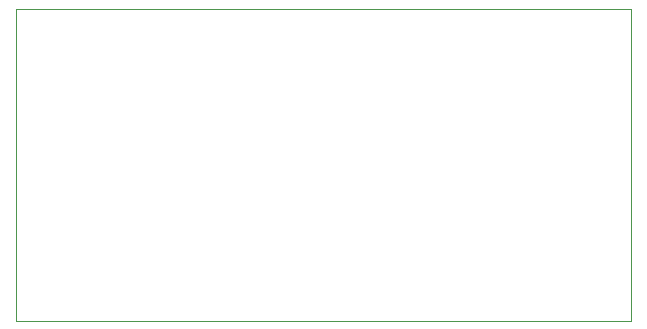
<source format=gm1>
G04*
G04 #@! TF.GenerationSoftware,Altium Limited,Altium Designer,22.9.1 (49)*
G04*
G04 Layer_Color=16711935*
%FSLAX44Y44*%
%MOMM*%
G71*
G04*
G04 #@! TF.SameCoordinates,59EC4BF1-2BCA-4342-B93F-3057B8F9A546*
G04*
G04*
G04 #@! TF.FilePolarity,Positive*
G04*
G01*
G75*
%ADD12C,0.1000*%
D12*
X692150Y273050D02*
X1212850D01*
X692150Y537210D02*
X1212850D01*
Y273050D02*
Y537210D01*
X692150Y273050D02*
Y537210D01*
M02*

</source>
